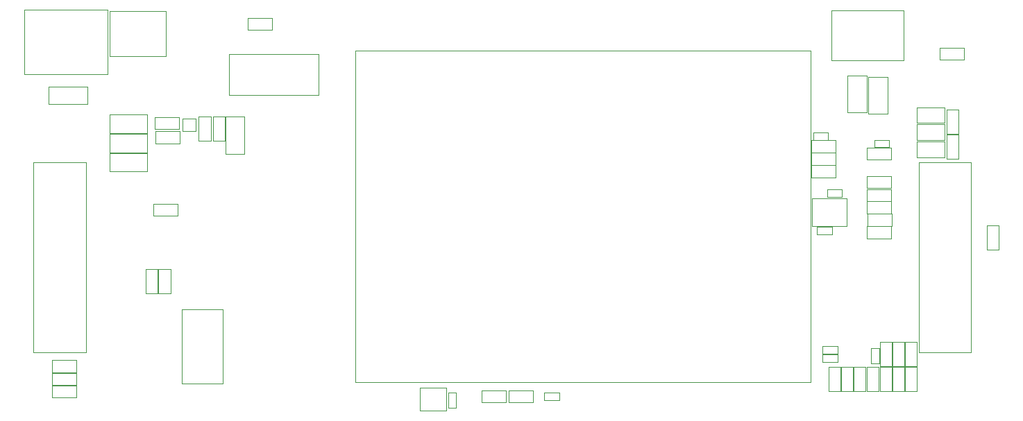
<source format=gbr>
G04 #@! TF.GenerationSoftware,KiCad,Pcbnew,8.0.0-rc1*
G04 #@! TF.CreationDate,2025-03-22T13:15:10+03:00*
G04 #@! TF.ProjectId,Movita_CM4_CT_Router_V1.0,4d6f7669-7461-45f4-934d-345f43545f52,REV1*
G04 #@! TF.SameCoordinates,Original*
G04 #@! TF.FileFunction,Other,User*
%FSLAX46Y46*%
G04 Gerber Fmt 4.6, Leading zero omitted, Abs format (unit mm)*
G04 Created by KiCad (PCBNEW 8.0.0-rc1) date 2025-03-22 13:15:10*
%MOMM*%
%LPD*%
G01*
G04 APERTURE LIST*
%ADD10C,0.050000*%
G04 APERTURE END LIST*
D10*
X231472030Y-108872454D02*
X231472030Y-111832454D01*
X231472030Y-111832454D02*
X230012030Y-111832454D01*
X230012030Y-108872454D02*
X231472030Y-108872454D01*
X230012030Y-111832454D02*
X230012030Y-108872454D01*
X226527030Y-97802454D02*
X226527030Y-100762454D01*
X226527030Y-100762454D02*
X225067030Y-100762454D01*
X225067030Y-97802454D02*
X226527030Y-97802454D01*
X225067030Y-100762454D02*
X225067030Y-97802454D01*
X122994530Y-100072454D02*
X127554530Y-100072454D01*
X127554530Y-102312454D02*
X122994530Y-102312454D01*
X122994530Y-102312454D02*
X122994530Y-100072454D01*
X127554530Y-100072454D02*
X127554530Y-102312454D01*
X131262030Y-106242454D02*
X131262030Y-107702454D01*
X131262030Y-107702454D02*
X128302030Y-107702454D01*
X128302030Y-107702454D02*
X128302030Y-106242454D01*
X128302030Y-106242454D02*
X131262030Y-106242454D01*
X128522030Y-95632454D02*
X131482030Y-95632454D01*
X128522030Y-97092454D02*
X128522030Y-95632454D01*
X131482030Y-95632454D02*
X131482030Y-97092454D01*
X131482030Y-97092454D02*
X128522030Y-97092454D01*
X122987030Y-95362454D02*
X127547030Y-95362454D01*
X122987030Y-97602454D02*
X122987030Y-95362454D01*
X127547030Y-95362454D02*
X127547030Y-97602454D01*
X127547030Y-97602454D02*
X122987030Y-97602454D01*
X122989530Y-97732454D02*
X127549530Y-97732454D01*
X122989530Y-99972454D02*
X122989530Y-97732454D01*
X127549530Y-97732454D02*
X127549530Y-99972454D01*
X127549530Y-99972454D02*
X122989530Y-99972454D01*
X215408767Y-107474190D02*
X218368767Y-107474190D01*
X215408767Y-108934190D02*
X215408767Y-107474190D01*
X218368767Y-107474190D02*
X218368767Y-108934190D01*
X218368767Y-108934190D02*
X215408767Y-108934190D01*
X215358767Y-102884190D02*
X218318767Y-102884190D01*
X215358767Y-104344190D02*
X215358767Y-102884190D01*
X218318767Y-102884190D02*
X218318767Y-104344190D01*
X218318767Y-104344190D02*
X215358767Y-104344190D01*
X164293767Y-129304190D02*
X165233767Y-129304190D01*
X164293767Y-131164190D02*
X164293767Y-129304190D01*
X165233767Y-129304190D02*
X165233767Y-131164190D01*
X165233767Y-131164190D02*
X164293767Y-131164190D01*
X113703767Y-101144190D02*
X113703767Y-124344190D01*
X113703767Y-124344190D02*
X120103767Y-124344190D01*
X120103767Y-101144190D02*
X113703767Y-101144190D01*
X120103767Y-124344190D02*
X120103767Y-101144190D01*
X137172030Y-95582454D02*
X139412030Y-95582454D01*
X137172030Y-100142454D02*
X137172030Y-95582454D01*
X139412030Y-95582454D02*
X139412030Y-100142454D01*
X139412030Y-100142454D02*
X137172030Y-100142454D01*
X221473767Y-96549190D02*
X224833767Y-96549190D01*
X221473767Y-98449190D02*
X221473767Y-96549190D01*
X224833767Y-96549190D02*
X224833767Y-98449190D01*
X224833767Y-98449190D02*
X221473767Y-98449190D01*
X208562030Y-100024190D02*
X211522030Y-100024190D01*
X208562030Y-101484190D02*
X208562030Y-100024190D01*
X211522030Y-100024190D02*
X211522030Y-101484190D01*
X211522030Y-101484190D02*
X208562030Y-101484190D01*
X209953767Y-124634190D02*
X211813767Y-124634190D01*
X209953767Y-125574190D02*
X209953767Y-124634190D01*
X211813767Y-124634190D02*
X211813767Y-125574190D01*
X211813767Y-125574190D02*
X209953767Y-125574190D01*
X210516267Y-104484190D02*
X212336267Y-104484190D01*
X210516267Y-105404190D02*
X210516267Y-104484190D01*
X212336267Y-104484190D02*
X212336267Y-105404190D01*
X212336267Y-105404190D02*
X210516267Y-105404190D01*
X137513767Y-87924190D02*
X148513767Y-87924190D01*
X137513767Y-92924190D02*
X137513767Y-87924190D01*
X148513767Y-87924190D02*
X148513767Y-92924190D01*
X148513767Y-92924190D02*
X137513767Y-92924190D01*
X127382030Y-114207454D02*
X128842030Y-114207454D01*
X127382030Y-117167454D02*
X127382030Y-114207454D01*
X128842030Y-114207454D02*
X128842030Y-117167454D01*
X128842030Y-117167454D02*
X127382030Y-117167454D01*
X208812030Y-97512454D02*
X210632030Y-97512454D01*
X208812030Y-98432454D02*
X208812030Y-97512454D01*
X210632030Y-97512454D02*
X210632030Y-98432454D01*
X210632030Y-98432454D02*
X208812030Y-98432454D01*
X160813767Y-128704190D02*
X160813767Y-131504190D01*
X160813767Y-128704190D02*
X164013767Y-128704190D01*
X160813767Y-131504190D02*
X164013767Y-131504190D01*
X164013767Y-131504190D02*
X164013767Y-128704190D01*
X131897030Y-97402454D02*
X133487030Y-97402454D01*
X133487030Y-95812454D01*
X131897030Y-95812454D01*
X131897030Y-97402454D01*
X218492030Y-126167454D02*
X219952030Y-126167454D01*
X218492030Y-129127454D02*
X218492030Y-126167454D01*
X219952030Y-126167454D02*
X219952030Y-129127454D01*
X219952030Y-129127454D02*
X218492030Y-129127454D01*
X215398767Y-108994190D02*
X218358767Y-108994190D01*
X215398767Y-110454190D02*
X215398767Y-108994190D01*
X218358767Y-108994190D02*
X218358767Y-110454190D01*
X218358767Y-110454190D02*
X215398767Y-110454190D01*
X215382030Y-126157454D02*
X216842030Y-126157454D01*
X215382030Y-129117454D02*
X215382030Y-126157454D01*
X216842030Y-126157454D02*
X216842030Y-129117454D01*
X216842030Y-129117454D02*
X215382030Y-129117454D01*
X168366267Y-128994190D02*
X171326267Y-128994190D01*
X168366267Y-130454190D02*
X168366267Y-128994190D01*
X171326267Y-128994190D02*
X171326267Y-130454190D01*
X171326267Y-130454190D02*
X168366267Y-130454190D01*
X115952030Y-128422454D02*
X118912030Y-128422454D01*
X115952030Y-129882454D02*
X115952030Y-128422454D01*
X118912030Y-128422454D02*
X118912030Y-129882454D01*
X118912030Y-129882454D02*
X115952030Y-129882454D01*
X215388767Y-105954190D02*
X218348767Y-105954190D01*
X215388767Y-107414190D02*
X215388767Y-105954190D01*
X218348767Y-105954190D02*
X218348767Y-107414190D01*
X218348767Y-107414190D02*
X215388767Y-107414190D01*
X211023767Y-88715440D02*
X211023767Y-82615440D01*
X219823767Y-82615440D02*
X211023767Y-82615440D01*
X219823767Y-82615440D02*
X219823767Y-88715440D01*
X219823767Y-88715440D02*
X211023767Y-88715440D01*
X221693767Y-101144190D02*
X221693767Y-124344190D01*
X221693767Y-124344190D02*
X228093767Y-124344190D01*
X228093767Y-101144190D02*
X221693767Y-101144190D01*
X228093767Y-124344190D02*
X228093767Y-101144190D01*
X209276267Y-109074190D02*
X211096267Y-109074190D01*
X209276267Y-109994190D02*
X209276267Y-109074190D01*
X211096267Y-109074190D02*
X211096267Y-109994190D01*
X211096267Y-109994190D02*
X209276267Y-109994190D01*
X171646267Y-128994190D02*
X174606267Y-128994190D01*
X171646267Y-130454190D02*
X171646267Y-128994190D01*
X174606267Y-128994190D02*
X174606267Y-130454190D01*
X174606267Y-130454190D02*
X171646267Y-130454190D01*
X209963767Y-123584190D02*
X211823767Y-123584190D01*
X209963767Y-124524190D02*
X209963767Y-123584190D01*
X211823767Y-123584190D02*
X211823767Y-124524190D01*
X211823767Y-124524190D02*
X209963767Y-124524190D01*
X128542030Y-97392454D02*
X131502030Y-97392454D01*
X128542030Y-98852454D02*
X128542030Y-97392454D01*
X131502030Y-97392454D02*
X131502030Y-98852454D01*
X131502030Y-98852454D02*
X128542030Y-98852454D01*
X208706267Y-105544190D02*
X208706267Y-108944190D01*
X208706267Y-108944190D02*
X212906267Y-108944190D01*
X212906267Y-105544190D02*
X208706267Y-105544190D01*
X212906267Y-108944190D02*
X212906267Y-105544190D01*
X212243767Y-126174190D02*
X213703767Y-126174190D01*
X212243767Y-129134190D02*
X212243767Y-126174190D01*
X213703767Y-126174190D02*
X213703767Y-129134190D01*
X213703767Y-129134190D02*
X212243767Y-129134190D01*
X221493767Y-98644190D02*
X224853767Y-98644190D01*
X221493767Y-100544190D02*
X221493767Y-98644190D01*
X224853767Y-98644190D02*
X224853767Y-100544190D01*
X224853767Y-100544190D02*
X221493767Y-100544190D01*
X215388767Y-104434190D02*
X218348767Y-104434190D01*
X215388767Y-105894190D02*
X215388767Y-104434190D01*
X218348767Y-104434190D02*
X218348767Y-105894190D01*
X218348767Y-105894190D02*
X215388767Y-105894190D01*
X175983767Y-129254190D02*
X177843767Y-129254190D01*
X175983767Y-130194190D02*
X175983767Y-129254190D01*
X177843767Y-129254190D02*
X177843767Y-130194190D01*
X177843767Y-130194190D02*
X175983767Y-130194190D01*
X133852030Y-95599954D02*
X135312030Y-95599954D01*
X133852030Y-98559954D02*
X133852030Y-95599954D01*
X135312030Y-95599954D02*
X135312030Y-98559954D01*
X135312030Y-98559954D02*
X133852030Y-98559954D01*
X112612030Y-82562454D02*
X112612030Y-90462454D01*
X112612030Y-90462454D02*
X122752030Y-90462454D01*
X122752030Y-82562454D02*
X112612030Y-82562454D01*
X122752030Y-90462454D02*
X122752030Y-82562454D01*
X135612030Y-95622454D02*
X137072030Y-95622454D01*
X135612030Y-98582454D02*
X135612030Y-95622454D01*
X137072030Y-95622454D02*
X137072030Y-98582454D01*
X137072030Y-98582454D02*
X135612030Y-98582454D01*
X213773767Y-126174190D02*
X215233767Y-126174190D01*
X213773767Y-129134190D02*
X213773767Y-126174190D01*
X215233767Y-126174190D02*
X215233767Y-129134190D01*
X215233767Y-129134190D02*
X213773767Y-129134190D01*
X115952030Y-126892454D02*
X118912030Y-126892454D01*
X115952030Y-128352454D02*
X115952030Y-126892454D01*
X118912030Y-126892454D02*
X118912030Y-128352454D01*
X118912030Y-128352454D02*
X115952030Y-128352454D01*
X215393767Y-90604190D02*
X212993767Y-90604190D01*
X212993767Y-95054190D01*
X215393767Y-95054190D01*
X215393767Y-90604190D01*
X220032030Y-126167454D02*
X221492030Y-126167454D01*
X220032030Y-129127454D02*
X220032030Y-126167454D01*
X221492030Y-126167454D02*
X221492030Y-129127454D01*
X221492030Y-129127454D02*
X220032030Y-129127454D01*
X139873767Y-83524190D02*
X142833767Y-83524190D01*
X139873767Y-84984190D02*
X139873767Y-83524190D01*
X142833767Y-83524190D02*
X142833767Y-84984190D01*
X142833767Y-84984190D02*
X139873767Y-84984190D01*
X215363767Y-99414190D02*
X218323767Y-99414190D01*
X215363767Y-100874190D02*
X215363767Y-99414190D01*
X218323767Y-99414190D02*
X218323767Y-100874190D01*
X218323767Y-100874190D02*
X215363767Y-100874190D01*
X131802030Y-119162454D02*
X131802030Y-128162454D01*
X131802030Y-128162454D02*
X136802030Y-128162454D01*
X136802030Y-119162454D02*
X131802030Y-119162454D01*
X136802030Y-128162454D02*
X136802030Y-119162454D01*
X128942030Y-114212454D02*
X130402030Y-114212454D01*
X128942030Y-117172454D02*
X128942030Y-114212454D01*
X130402030Y-114212454D02*
X130402030Y-117172454D01*
X130402030Y-117172454D02*
X128942030Y-117172454D01*
X225083767Y-94774190D02*
X226543767Y-94774190D01*
X225083767Y-97734190D02*
X225083767Y-94774190D01*
X226543767Y-94774190D02*
X226543767Y-97734190D01*
X226543767Y-97734190D02*
X225083767Y-97734190D01*
X216942030Y-126157454D02*
X218402030Y-126157454D01*
X216942030Y-129117454D02*
X216942030Y-126157454D01*
X218402030Y-126157454D02*
X218402030Y-129117454D01*
X218402030Y-129117454D02*
X216942030Y-129117454D01*
X220033767Y-123094190D02*
X221493767Y-123094190D01*
X220033767Y-126054190D02*
X220033767Y-123094190D01*
X221493767Y-123094190D02*
X221493767Y-126054190D01*
X221493767Y-126054190D02*
X220033767Y-126054190D01*
X221473767Y-94474190D02*
X224833767Y-94474190D01*
X221473767Y-96374190D02*
X221473767Y-94474190D01*
X224833767Y-94474190D02*
X224833767Y-96374190D01*
X224833767Y-96374190D02*
X221473767Y-96374190D01*
X115972030Y-125332454D02*
X118932030Y-125332454D01*
X115972030Y-126792454D02*
X115972030Y-125332454D01*
X118932030Y-125332454D02*
X118932030Y-126792454D01*
X118932030Y-126792454D02*
X115972030Y-126792454D01*
X218502030Y-123112454D02*
X219962030Y-123112454D01*
X218502030Y-126072454D02*
X218502030Y-123112454D01*
X219962030Y-123112454D02*
X219962030Y-126072454D01*
X219962030Y-126072454D02*
X218502030Y-126072454D01*
X122972030Y-82702454D02*
X122972030Y-88202454D01*
X122972030Y-88202454D02*
X129872030Y-88202454D01*
X129872030Y-82702454D02*
X122972030Y-82702454D01*
X129872030Y-88202454D02*
X129872030Y-82702454D01*
X208472030Y-128012454D02*
X208472030Y-87512454D01*
X208472030Y-87512454D02*
X152972030Y-87512454D01*
X152972030Y-128012454D02*
X208472030Y-128012454D01*
X152972030Y-87512454D02*
X152972030Y-128012454D01*
X215912030Y-123842454D02*
X216852030Y-123842454D01*
X215912030Y-125702454D02*
X215912030Y-123842454D01*
X216852030Y-123842454D02*
X216852030Y-125702454D01*
X216852030Y-125702454D02*
X215912030Y-125702454D01*
X216283767Y-98424190D02*
X218103767Y-98424190D01*
X216283767Y-99344190D02*
X216283767Y-98424190D01*
X218103767Y-98424190D02*
X218103767Y-99344190D01*
X218103767Y-99344190D02*
X216283767Y-99344190D01*
X224223767Y-87207640D02*
X227183767Y-87207640D01*
X224223767Y-88667640D02*
X224223767Y-87207640D01*
X227183767Y-87207640D02*
X227183767Y-88667640D01*
X227183767Y-88667640D02*
X224223767Y-88667640D01*
X216952030Y-123107454D02*
X218412030Y-123107454D01*
X216952030Y-126067454D02*
X216952030Y-123107454D01*
X218412030Y-123107454D02*
X218412030Y-126067454D01*
X218412030Y-126067454D02*
X216952030Y-126067454D01*
X208562030Y-98502454D02*
X211522030Y-98502454D01*
X208562030Y-99962454D02*
X208562030Y-98502454D01*
X211522030Y-98502454D02*
X211522030Y-99962454D01*
X211522030Y-99962454D02*
X208562030Y-99962454D01*
X215521267Y-95214190D02*
X217921267Y-95214190D01*
X217921267Y-90764190D01*
X215521267Y-90764190D01*
X215521267Y-95214190D01*
X115568767Y-91984190D02*
X120298767Y-91984190D01*
X120298767Y-94074190D01*
X115568767Y-94074190D01*
X115568767Y-91984190D01*
X210693767Y-126164190D02*
X212153767Y-126164190D01*
X210693767Y-129124190D02*
X210693767Y-126164190D01*
X212153767Y-126164190D02*
X212153767Y-129124190D01*
X212153767Y-129124190D02*
X210693767Y-129124190D01*
X208552030Y-101552454D02*
X211512030Y-101552454D01*
X208552030Y-103012454D02*
X208552030Y-101552454D01*
X211512030Y-101552454D02*
X211512030Y-103012454D01*
X211512030Y-103012454D02*
X208552030Y-103012454D01*
M02*

</source>
